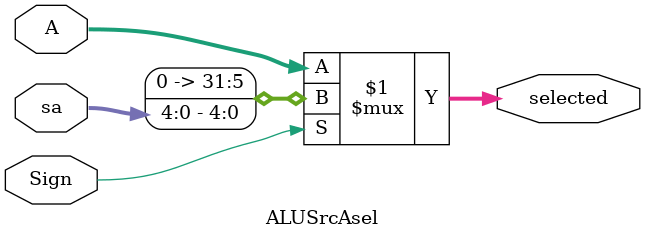
<source format=v>
`timescale 1ns / 1ps


module ALUSrcAsel(
    input [31:0] A,
    input [4:0] sa,  
    input Sign,  
    output [31:0] selected);  
    
    assign selected = Sign? {{27{1'b0}}, sa} : A;
endmodule

</source>
